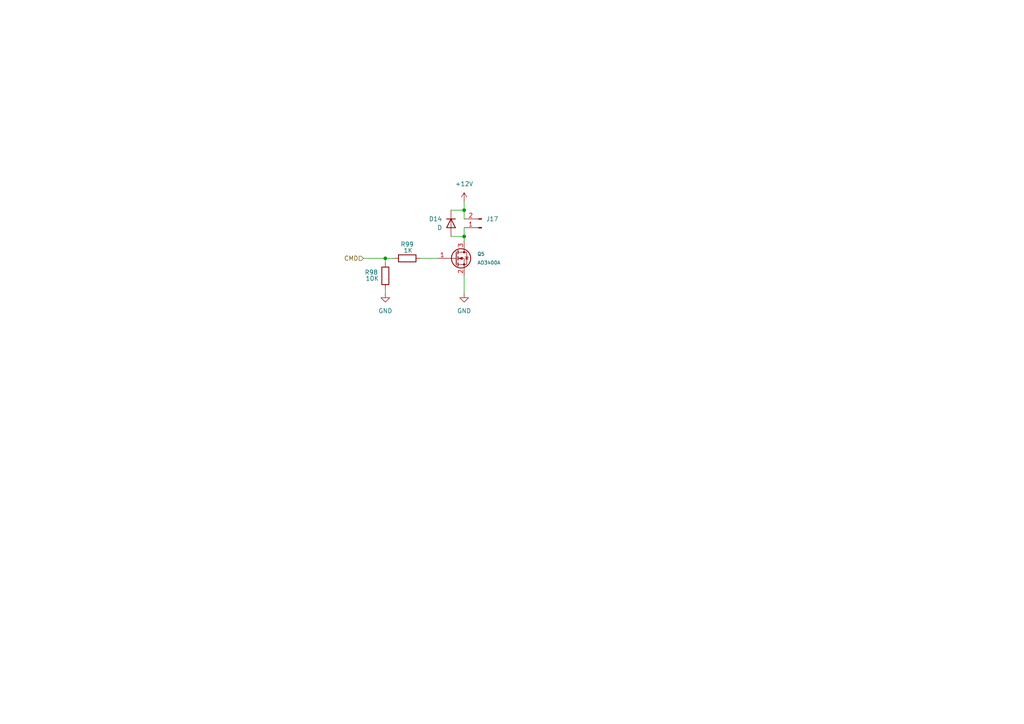
<source format=kicad_sch>
(kicad_sch (version 20231120) (generator "eeschema") (generator_version "8.0")
  (paper "A4")
  (lib_symbols
    (symbol "PnP_Mother_Board:+5V" (power) (pin_numbers hide) (pin_names (offset 0) hide)
      (property "Value" "+5V" (at 0 3.556 0))
      (symbol "+5V_0_1"
        (polyline (pts (xy -0.762 1.27) (xy 0 2.54)))
        (polyline (pts (xy 0 0) (xy 0 2.54)))
        (polyline (pts (xy 0 2.54) (xy 0.762 1.27)))
      )
      (symbol "+5V_1_1"
        (pin power_in line (at 0 0 90) (length 0) (name "~") (number "1"))
      )
    )
    (symbol "PnP_Mother_Board:AO3400A" (pin_names hide)
      (property "Reference" "Q" (at 5.08 1.905 0))
      (property "Value" "AO3400A" (at 5.08 0 0))
      (symbol "AO3400A_0_1"
        (polyline (pts (xy 0.254 0) (xy -2.54 0)))
        (polyline (pts (xy 0.254 1.905) (xy 0.254 -1.905)) (stroke (width 0.254)))
        (polyline (pts (xy 0.762 -1.27) (xy 0.762 -2.286)) (stroke (width 0.254)))
        (polyline (pts (xy 0.762 0.508) (xy 0.762 -0.508)) (stroke (width 0.254)))
        (polyline (pts (xy 0.762 2.286) (xy 0.762 1.27)) (stroke (width 0.254)))
        (polyline (pts (xy 2.54 2.54) (xy 2.54 1.778)))
        (polyline (pts (xy 2.54 -2.54) (xy 2.54 0) (xy 0.762 0)))
        (polyline (pts (xy 0.762 -1.778) (xy 3.302 -1.778) (xy 3.302 1.778) (xy 0.762 1.778)))
        (polyline (pts (xy 1.016 0) (xy 2.032 0.381) (xy 2.032 -0.381) (xy 1.016 0)) (fill (type outline)))
        (polyline (pts (xy 2.794 0.508) (xy 2.921 0.381) (xy 3.683 0.381) (xy 3.81 0.254)))
        (polyline (pts (xy 3.302 0.381) (xy 2.921 -0.254) (xy 3.683 -0.254) (xy 3.302 0.381)))
        (circle (center 1.651 0) (radius 2.794) (stroke (width 0.254)))
        (circle (center 2.54 -1.778) (radius 0.254) (fill (type outline)))
        (circle (center 2.54 1.778) (radius 0.254) (fill (type outline)))
      )
      (symbol "AO3400A_1_1"
        (pin input line (at -5.08 0 0) (length 2.54) (name "G") (number "1"))
        (pin passive line (at 2.54 -5.08 90) (length 2.54) (name "S") (number "2"))
        (pin passive line (at 2.54 5.08 270) (length 2.54) (name "D") (number "3"))
      )
    )
    (symbol "PnP_Mother_Board:Conn_01x02_Pin" (pin_names (offset 1.016) hide)
      (property "Reference" "J" (at 0 2.54 0))
      (property "Value" "Conn_01x02_Pin" (at 0 -5.08 0))
      (symbol "Conn_01x02_Pin_1_1"
        (polyline (pts (xy 1.27 -2.54) (xy 0.8636 -2.54)) (stroke (width 0.1524)))
        (polyline (pts (xy 1.27 0) (xy 0.8636 0)) (stroke (width 0.1524)))
        (rectangle (start 0.8636 -2.413) (end 0 -2.667) (stroke (width 0.1524)) (fill (type outline)))
        (rectangle (start 0.8636 0.127) (end 0 -0.127) (stroke (width 0.1524)) (fill (type outline)))
        (pin passive line (at 5.08 0 180) (length 3.81) (name "Pin_1") (number "1"))
        (pin passive line (at 5.08 -2.54 180) (length 3.81) (name "Pin_2") (number "2"))
      )
    )
    (symbol "PnP_Mother_Board:D" (pin_numbers hide) (pin_names (offset 1.016) hide)
      (property "Reference" "D" (at 0 2.54 0))
      (property "Value" "D" (at 0 -2.54 0))
      (symbol "D_0_1"
        (polyline (pts (xy -1.27 1.27) (xy -1.27 -1.27)) (stroke (width 0.254)))
        (polyline (pts (xy 1.27 0) (xy -1.27 0)))
        (polyline (pts (xy 1.27 1.27) (xy 1.27 -1.27) (xy -1.27 0) (xy 1.27 1.27)) (stroke (width 0.254)))
      )
      (symbol "D_1_1"
        (pin passive line (at -3.81 0 0) (length 2.54) (name "K") (number "1"))
        (pin passive line (at 3.81 0 180) (length 2.54) (name "A") (number "2"))
      )
    )
    (symbol "PnP_Mother_Board:GND" (power) (pin_numbers hide) (pin_names (offset 0) hide)
      (property "Value" "GND" (at 0 -3.81 0))
      (symbol "GND_0_1"
        (polyline (pts (xy 0 0) (xy 0 -1.27) (xy 1.27 -1.27) (xy 0 -2.54) (xy -1.27 -1.27) (xy 0 -1.27)))
      )
      (symbol "GND_1_1"
        (pin power_in line (at 0 0 270) (length 0) (name "~") (number "1"))
      )
    )
    (symbol "PnP_Mother_Board:R" (pin_numbers hide) (pin_names (offset 0))
      (property "Reference" "R" (at 2.032 0 90))
      (property "Value" "R" (at 0 0 90))
      (symbol "R_0_1"
        (rectangle (start -1.016 -2.54) (end 1.016 2.54) (stroke (width 0.254)))
      )
      (symbol "R_1_1"
        (pin passive line (at 0 3.81 270) (length 1.27) (name "~") (number "1"))
        (pin passive line (at 0 -3.81 90) (length 1.27) (name "~") (number "2"))
      )
    )
  )
  (junction (at 134.62 68.58))
  (junction (at 134.62 60.96))
  (junction (at 111.76 74.93))
  (wire (pts (xy 111.76 74.93) (xy 111.76 76.2)))
  (wire (pts (xy 134.62 68.58) (xy 134.62 69.85)))
  (wire (pts (xy 111.76 83.82) (xy 111.76 85.09)))
  (wire (pts (xy 134.62 60.96) (xy 134.62 63.5)))
  (wire (pts (xy 134.62 60.96) (xy 134.62 58.42)))
  (wire (pts (xy 130.81 68.58) (xy 134.62 68.58)))
  (wire (pts (xy 111.76 74.93) (xy 114.3 74.93)))
  (wire (pts (xy 130.81 60.96) (xy 134.62 60.96)))
  (wire (pts (xy 134.62 80.01) (xy 134.62 85.09)))
  (wire (pts (xy 121.92 74.93) (xy 127 74.93)))
  (wire (pts (xy 134.62 66.04) (xy 134.62 68.58)))
  (wire (pts (xy 105.41 74.93) (xy 111.76 74.93)))
  (hierarchical_label "CMD" (shape input) (at 105.41 74.93 180))
  (symbol (lib_id "PnP_Mother_Board:Conn_01x02_Pin") (at 139.7 66.04 180) (unit 1)
    (property "Reference" "J17" (at 140.97 63.4999 0) (effects (justify right)))
    (property "Value" "Fan" (effects (hide yes)))
    (property "Description" "Generic connector, single row, 01x02, script generated" (effects (hide yes)))
    (instances (project "PnP_Mother_Board" (path "" (reference "J17") (unit 1)) (path "" (reference "J15") (unit 1)) (path "" (reference "J13") (unit 1)) (path "" (reference "J14") (unit 1)) (path "" (reference "J16") (unit 1))))
  )
  (symbol (lib_id "PnP_Mother_Board:GND") (at 134.62 85.09 0) (unit 1)
    (property "Reference" "#PWR0152" (effects (hide yes)))
    (property "Value" "GND" (at 134.62 90.17 0))
    (property "Description" "Power symbol creates a global label with name \"GND\" , ground" (effects (hide yes)))
    (instances (project "PnP_Mother_Board" (path "" (reference "#PWR0152") (unit 1)) (path "" (reference "#PWR0146") (unit 1)) (path "" (reference "#PWR0140") (unit 1)) (path "" (reference "#PWR0143") (unit 1)) (path "" (reference "#PWR0149") (unit 1))))
  )
  (symbol (lib_id "PnP_Mother_Board:R") (at 111.76 80.01 180) (unit 1)
    (property "Reference" "R98" (at 107.696 78.994 0))
    (property "Value" "10K" (at 107.95 80.772 0))
    (property "Footprint" "Resistor_SMD:R_0805_2012Metric_Pad1.20x1.40mm_HandSolder" (effects (hide yes)))
    (property "Description" "Resistor" (effects (hide yes)))
    (instances (project "PnP_Mother_Board" (path "" (reference "R98") (unit 1)) (path "" (reference "R94") (unit 1)) (path "" (reference "R90") (unit 1)) (path "" (reference "R92") (unit 1)) (path "" (reference "R96") (unit 1))))
  )
  (symbol (lib_id "PnP_Mother_Board:D") (at 130.81 64.77 270) (unit 1)
    (property "Reference" "D14" (at 128.27 63.4999 90) (effects (justify right)))
    (property "Value" "D" (at 128.27 66.0399 90) (effects (justify right)))
    (property "Footprint" "Diode_SMD:D_0805_2012Metric" (effects (hide yes)))
    (property "Datasheet" "https://www.mouser.be/datasheet/2/40/schottky-3165252.pdf" (effects (hide yes)))
    (property "Description" "Diode" (effects (hide yes)))
    (property "Sim.Device" "D" (effects (hide yes)))
    (property "Sim.Pins" "1=K 2=A" (effects (hide yes)))
    (property "Champ7" "https://www.mouser.be/ProductDetail/KYOCERA-AVX/SD0805S020S1R0?qs=jCA%252BPfw4LHbpkAoSnwrdjw%3D%3D" (effects (hide yes)))
    (instances (project "PnP_Mother_Board" (path "" (reference "D14") (unit 1)) (path "" (reference "D12") (unit 1)) (path "" (reference "D10") (unit 1)) (path "" (reference "D11") (unit 1)) (path "" (reference "D13") (unit 1))))
  )
  (symbol (lib_id "PnP_Mother_Board:GND") (at 111.76 85.09 0) (unit 1)
    (property "Reference" "#PWR0150" (effects (hide yes)))
    (property "Value" "GND" (at 111.76 90.17 0))
    (property "Description" "Power symbol creates a global label with name \"GND\" , ground" (effects (hide yes)))
    (instances (project "PnP_Mother_Board" (path "" (reference "#PWR0150") (unit 1)) (path "" (reference "#PWR0144") (unit 1)) (path "" (reference "#PWR0138") (unit 1)) (path "" (reference "#PWR0141") (unit 1)) (path "" (reference "#PWR0147") (unit 1))))
  )
  (symbol (lib_id "PnP_Mother_Board:+5V") (at 134.62 58.42 0) (unit 1)
    (property "Reference" "#PWR0151" (effects (hide yes)))
    (property "Value" "+12V" (at 134.62 53.34 0))
    (property "Description" "Power symbol creates a global label with name \"+5V\"" (effects (hide yes)))
    (instances (project "PnP_Mother_Board" (path "" (reference "#PWR0151") (unit 1)) (path "" (reference "#PWR0145") (unit 1)) (path "" (reference "#PWR0139") (unit 1)) (path "" (reference "#PWR0142") (unit 1)) (path "" (reference "#PWR0148") (unit 1))))
  )
  (symbol (lib_id "PnP_Mother_Board:AO3400A") (at 132.08 74.93 0) (unit 1)
    (property "Reference" "Q5" (at 138.43 73.66 0) (effects (font (size 1 1)) (justify left)))
    (property "Value" "AO3400A" (at 138.43 76.2 0) (effects (font (size 1 1)) (justify left)))
    (property "Footprint" "Package_TO_SOT_SMD:SOT-23" (effects (hide yes)))
    (property "Datasheet" "http://www.aosmd.com/pdfs/datasheet/AO3400A.pdf" (effects (hide yes)))
    (property "LCSC" "C347475" (effects (hide yes)))
    (property "Notes" "30V/1A" (effects (hide yes)))
    (instances (project "PnP_Mother_Board" (path "" (reference "Q5") (unit 1)) (path "" (reference "Q3") (unit 1)) (path "" (reference "Q1") (unit 1)) (path "" (reference "Q2") (unit 1)) (path "" (reference "Q4") (unit 1))))
  )
  (symbol (lib_id "PnP_Mother_Board:R") (at 118.11 74.93 90) (unit 1)
    (property "Reference" "R99" (at 118.11 70.866 90))
    (property "Value" "1K" (at 118.364 72.644 90))
    (property "Footprint" "Resistor_SMD:R_0805_2012Metric_Pad1.20x1.40mm_HandSolder" (effects (hide yes)))
    (property "Description" "Resistor" (effects (hide yes)))
    (instances (project "PnP_Mother_Board" (path "" (reference "R99") (unit 1)) (path "" (reference "R95") (unit 1)) (path "" (reference "R91") (unit 1)) (path "" (reference "R93") (unit 1)) (path "" (reference "R97") (unit 1))))
  )
)
</source>
